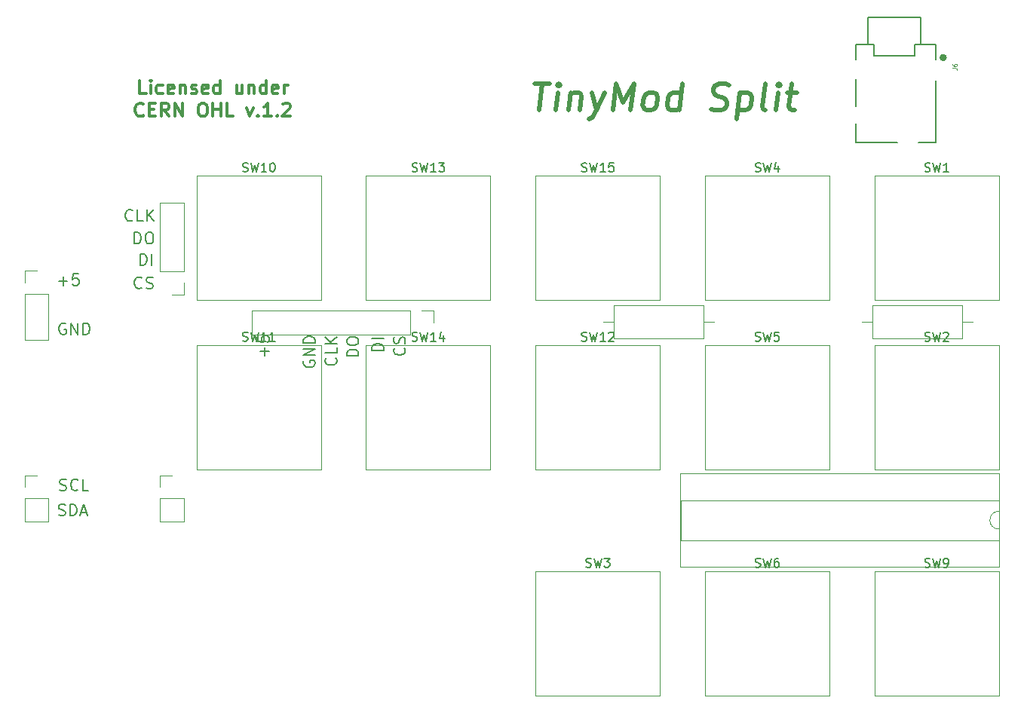
<source format=gbr>
G04 #@! TF.FileFunction,Legend,Top*
%FSLAX46Y46*%
G04 Gerber Fmt 4.6, Leading zero omitted, Abs format (unit mm)*
G04 Created by KiCad (PCBNEW 4.0.7) date 03/10/21 14:25:49*
%MOMM*%
%LPD*%
G01*
G04 APERTURE LIST*
%ADD10C,0.100000*%
%ADD11C,0.200000*%
%ADD12C,0.500000*%
%ADD13C,0.300000*%
%ADD14C,0.120000*%
%ADD15C,0.127000*%
%ADD16C,0.400000*%
%ADD17C,0.150000*%
%ADD18C,0.015000*%
G04 APERTURE END LIST*
D10*
D11*
X64347179Y-93800440D02*
X64532893Y-93862345D01*
X64842417Y-93862345D01*
X64966227Y-93800440D01*
X65028131Y-93738536D01*
X65090036Y-93614726D01*
X65090036Y-93490917D01*
X65028131Y-93367107D01*
X64966227Y-93305202D01*
X64842417Y-93243298D01*
X64594798Y-93181393D01*
X64470989Y-93119488D01*
X64409084Y-93057583D01*
X64347179Y-92933774D01*
X64347179Y-92809964D01*
X64409084Y-92686155D01*
X64470989Y-92624250D01*
X64594798Y-92562345D01*
X64904322Y-92562345D01*
X65090036Y-92624250D01*
X65647179Y-93862345D02*
X65647179Y-92562345D01*
X65956703Y-92562345D01*
X66142417Y-92624250D01*
X66266226Y-92748060D01*
X66328131Y-92871869D01*
X66390036Y-93119488D01*
X66390036Y-93305202D01*
X66328131Y-93552821D01*
X66266226Y-93676631D01*
X66142417Y-93800440D01*
X65956703Y-93862345D01*
X65647179Y-93862345D01*
X66885274Y-93490917D02*
X67504322Y-93490917D01*
X66761465Y-93862345D02*
X67194798Y-92562345D01*
X67628131Y-93862345D01*
X64471881Y-90987940D02*
X64657595Y-91049845D01*
X64967119Y-91049845D01*
X65090929Y-90987940D01*
X65152833Y-90926036D01*
X65214738Y-90802226D01*
X65214738Y-90678417D01*
X65152833Y-90554607D01*
X65090929Y-90492702D01*
X64967119Y-90430798D01*
X64719500Y-90368893D01*
X64595691Y-90306988D01*
X64533786Y-90245083D01*
X64471881Y-90121274D01*
X64471881Y-89997464D01*
X64533786Y-89873655D01*
X64595691Y-89811750D01*
X64719500Y-89749845D01*
X65029024Y-89749845D01*
X65214738Y-89811750D01*
X66514738Y-90926036D02*
X66452833Y-90987940D01*
X66267119Y-91049845D01*
X66143309Y-91049845D01*
X65957595Y-90987940D01*
X65833786Y-90864131D01*
X65771881Y-90740321D01*
X65709976Y-90492702D01*
X65709976Y-90306988D01*
X65771881Y-90059369D01*
X65833786Y-89935560D01*
X65957595Y-89811750D01*
X66143309Y-89749845D01*
X66267119Y-89749845D01*
X66452833Y-89811750D01*
X66514738Y-89873655D01*
X67690928Y-91049845D02*
X67071881Y-91049845D01*
X67071881Y-89749845D01*
X65122774Y-72280500D02*
X64998965Y-72218595D01*
X64813250Y-72218595D01*
X64627536Y-72280500D01*
X64503727Y-72404310D01*
X64441822Y-72528119D01*
X64379917Y-72775738D01*
X64379917Y-72961452D01*
X64441822Y-73209071D01*
X64503727Y-73332881D01*
X64627536Y-73456690D01*
X64813250Y-73518595D01*
X64937060Y-73518595D01*
X65122774Y-73456690D01*
X65184679Y-73394786D01*
X65184679Y-72961452D01*
X64937060Y-72961452D01*
X65741822Y-73518595D02*
X65741822Y-72218595D01*
X66484679Y-73518595D01*
X66484679Y-72218595D01*
X67103727Y-73518595D02*
X67103727Y-72218595D01*
X67413251Y-72218595D01*
X67598965Y-72280500D01*
X67722774Y-72404310D01*
X67784679Y-72528119D01*
X67846584Y-72775738D01*
X67846584Y-72961452D01*
X67784679Y-73209071D01*
X67722774Y-73332881D01*
X67598965Y-73456690D01*
X67413251Y-73518595D01*
X67103727Y-73518595D01*
X64342715Y-67492107D02*
X65333191Y-67492107D01*
X64837953Y-67987345D02*
X64837953Y-66996869D01*
X66571286Y-66687345D02*
X65952239Y-66687345D01*
X65890334Y-67306393D01*
X65952239Y-67244488D01*
X66076048Y-67182583D01*
X66385572Y-67182583D01*
X66509382Y-67244488D01*
X66571286Y-67306393D01*
X66633191Y-67430202D01*
X66633191Y-67739726D01*
X66571286Y-67863536D01*
X66509382Y-67925440D01*
X66385572Y-67987345D01*
X66076048Y-67987345D01*
X65952239Y-67925440D01*
X65890334Y-67863536D01*
X103140036Y-75022166D02*
X103201940Y-75084071D01*
X103263845Y-75269785D01*
X103263845Y-75393595D01*
X103201940Y-75579309D01*
X103078131Y-75703118D01*
X102954321Y-75765023D01*
X102706702Y-75826928D01*
X102520988Y-75826928D01*
X102273369Y-75765023D01*
X102149560Y-75703118D01*
X102025750Y-75579309D01*
X101963845Y-75393595D01*
X101963845Y-75269785D01*
X102025750Y-75084071D01*
X102087655Y-75022166D01*
X103201940Y-74526928D02*
X103263845Y-74341214D01*
X103263845Y-74031690D01*
X103201940Y-73907880D01*
X103140036Y-73845976D01*
X103016226Y-73784071D01*
X102892417Y-73784071D01*
X102768607Y-73845976D01*
X102706702Y-73907880D01*
X102644798Y-74031690D01*
X102582893Y-74279309D01*
X102520988Y-74403118D01*
X102459083Y-74465023D01*
X102335274Y-74526928D01*
X102211464Y-74526928D01*
X102087655Y-74465023D01*
X102025750Y-74403118D01*
X101963845Y-74279309D01*
X101963845Y-73969785D01*
X102025750Y-73784071D01*
X100826345Y-75268000D02*
X99526345Y-75268000D01*
X99526345Y-74958476D01*
X99588250Y-74772762D01*
X99712060Y-74648953D01*
X99835869Y-74587048D01*
X100083488Y-74525143D01*
X100269202Y-74525143D01*
X100516821Y-74587048D01*
X100640631Y-74648953D01*
X100764440Y-74772762D01*
X100826345Y-74958476D01*
X100826345Y-75268000D01*
X100826345Y-73968000D02*
X99526345Y-73968000D01*
X98013845Y-75920678D02*
X96713845Y-75920678D01*
X96713845Y-75611154D01*
X96775750Y-75425440D01*
X96899560Y-75301631D01*
X97023369Y-75239726D01*
X97270988Y-75177821D01*
X97456702Y-75177821D01*
X97704321Y-75239726D01*
X97828131Y-75301631D01*
X97951940Y-75425440D01*
X98013845Y-75611154D01*
X98013845Y-75920678D01*
X96713845Y-74373059D02*
X96713845Y-74125440D01*
X96775750Y-74001631D01*
X96899560Y-73877821D01*
X97147179Y-73815916D01*
X97580512Y-73815916D01*
X97828131Y-73877821D01*
X97951940Y-74001631D01*
X98013845Y-74125440D01*
X98013845Y-74373059D01*
X97951940Y-74496869D01*
X97828131Y-74620678D01*
X97580512Y-74682583D01*
X97147179Y-74682583D01*
X96899560Y-74620678D01*
X96775750Y-74496869D01*
X96713845Y-74373059D01*
X95452536Y-76141809D02*
X95514440Y-76203714D01*
X95576345Y-76389428D01*
X95576345Y-76513238D01*
X95514440Y-76698952D01*
X95390631Y-76822761D01*
X95266821Y-76884666D01*
X95019202Y-76946571D01*
X94833488Y-76946571D01*
X94585869Y-76884666D01*
X94462060Y-76822761D01*
X94338250Y-76698952D01*
X94276345Y-76513238D01*
X94276345Y-76389428D01*
X94338250Y-76203714D01*
X94400155Y-76141809D01*
X95576345Y-74965619D02*
X95576345Y-75584666D01*
X94276345Y-75584666D01*
X95576345Y-74532285D02*
X94276345Y-74532285D01*
X95576345Y-73789428D02*
X94833488Y-74346571D01*
X94276345Y-73789428D02*
X95019202Y-74532285D01*
X91900750Y-76452226D02*
X91838845Y-76576035D01*
X91838845Y-76761750D01*
X91900750Y-76947464D01*
X92024560Y-77071273D01*
X92148369Y-77133178D01*
X92395988Y-77195083D01*
X92581702Y-77195083D01*
X92829321Y-77133178D01*
X92953131Y-77071273D01*
X93076940Y-76947464D01*
X93138845Y-76761750D01*
X93138845Y-76637940D01*
X93076940Y-76452226D01*
X93015036Y-76390321D01*
X92581702Y-76390321D01*
X92581702Y-76637940D01*
X93138845Y-75833178D02*
X91838845Y-75833178D01*
X93138845Y-75090321D01*
X91838845Y-75090321D01*
X93138845Y-74471273D02*
X91838845Y-74471273D01*
X91838845Y-74161749D01*
X91900750Y-73976035D01*
X92024560Y-73852226D01*
X92148369Y-73790321D01*
X92395988Y-73728416D01*
X92581702Y-73728416D01*
X92829321Y-73790321D01*
X92953131Y-73852226D01*
X93076940Y-73976035D01*
X93138845Y-74161749D01*
X93138845Y-74471273D01*
X87487357Y-75919785D02*
X87487357Y-74929309D01*
X87982595Y-75424547D02*
X86992119Y-75424547D01*
X86682595Y-73691214D02*
X86682595Y-74310261D01*
X87301643Y-74372166D01*
X87239738Y-74310261D01*
X87177833Y-74186452D01*
X87177833Y-73876928D01*
X87239738Y-73753118D01*
X87301643Y-73691214D01*
X87425452Y-73629309D01*
X87734976Y-73629309D01*
X87858786Y-73691214D01*
X87920690Y-73753118D01*
X87982595Y-73876928D01*
X87982595Y-74186452D01*
X87920690Y-74310261D01*
X87858786Y-74372166D01*
X73677834Y-68238536D02*
X73615929Y-68300440D01*
X73430215Y-68362345D01*
X73306405Y-68362345D01*
X73120691Y-68300440D01*
X72996882Y-68176631D01*
X72934977Y-68052821D01*
X72873072Y-67805202D01*
X72873072Y-67619488D01*
X72934977Y-67371869D01*
X72996882Y-67248060D01*
X73120691Y-67124250D01*
X73306405Y-67062345D01*
X73430215Y-67062345D01*
X73615929Y-67124250D01*
X73677834Y-67186155D01*
X74173072Y-68300440D02*
X74358786Y-68362345D01*
X74668310Y-68362345D01*
X74792120Y-68300440D01*
X74854024Y-68238536D01*
X74915929Y-68114726D01*
X74915929Y-67990917D01*
X74854024Y-67867107D01*
X74792120Y-67805202D01*
X74668310Y-67743298D01*
X74420691Y-67681393D01*
X74296882Y-67619488D01*
X74234977Y-67557583D01*
X74173072Y-67433774D01*
X74173072Y-67309964D01*
X74234977Y-67186155D01*
X74296882Y-67124250D01*
X74420691Y-67062345D01*
X74730215Y-67062345D01*
X74915929Y-67124250D01*
X73525750Y-65737345D02*
X73525750Y-64437345D01*
X73835274Y-64437345D01*
X74020988Y-64499250D01*
X74144797Y-64623060D01*
X74206702Y-64746869D01*
X74268607Y-64994488D01*
X74268607Y-65180202D01*
X74206702Y-65427821D01*
X74144797Y-65551631D01*
X74020988Y-65675440D01*
X73835274Y-65737345D01*
X73525750Y-65737345D01*
X74825750Y-65737345D02*
X74825750Y-64437345D01*
X72873072Y-63299845D02*
X72873072Y-61999845D01*
X73182596Y-61999845D01*
X73368310Y-62061750D01*
X73492119Y-62185560D01*
X73554024Y-62309369D01*
X73615929Y-62556988D01*
X73615929Y-62742702D01*
X73554024Y-62990321D01*
X73492119Y-63114131D01*
X73368310Y-63237940D01*
X73182596Y-63299845D01*
X72873072Y-63299845D01*
X74420691Y-61999845D02*
X74668310Y-61999845D01*
X74792119Y-62061750D01*
X74915929Y-62185560D01*
X74977834Y-62433179D01*
X74977834Y-62866512D01*
X74915929Y-63114131D01*
X74792119Y-63237940D01*
X74668310Y-63299845D01*
X74420691Y-63299845D01*
X74296881Y-63237940D01*
X74173072Y-63114131D01*
X74111167Y-62866512D01*
X74111167Y-62433179D01*
X74173072Y-62185560D01*
X74296881Y-62061750D01*
X74420691Y-61999845D01*
X72651941Y-60644786D02*
X72590036Y-60706690D01*
X72404322Y-60768595D01*
X72280512Y-60768595D01*
X72094798Y-60706690D01*
X71970989Y-60582881D01*
X71909084Y-60459071D01*
X71847179Y-60211452D01*
X71847179Y-60025738D01*
X71909084Y-59778119D01*
X71970989Y-59654310D01*
X72094798Y-59530500D01*
X72280512Y-59468595D01*
X72404322Y-59468595D01*
X72590036Y-59530500D01*
X72651941Y-59592405D01*
X73828131Y-60768595D02*
X73209084Y-60768595D01*
X73209084Y-59468595D01*
X74261465Y-60768595D02*
X74261465Y-59468595D01*
X75004322Y-60768595D02*
X74447179Y-60025738D01*
X75004322Y-59468595D02*
X74261465Y-60211452D01*
D12*
X117814143Y-45318893D02*
X119528429Y-45318893D01*
X118296286Y-48318893D02*
X118671286Y-45318893D01*
X120153429Y-48318893D02*
X120403429Y-46318893D01*
X120528429Y-45318893D02*
X120367715Y-45461750D01*
X120492715Y-45604607D01*
X120653429Y-45461750D01*
X120528429Y-45318893D01*
X120492715Y-45604607D01*
X121832000Y-46318893D02*
X121582000Y-48318893D01*
X121796286Y-46604607D02*
X121957000Y-46461750D01*
X122260571Y-46318893D01*
X122689143Y-46318893D01*
X122957000Y-46461750D01*
X123064143Y-46747464D01*
X122867714Y-48318893D01*
X124260571Y-46318893D02*
X124724857Y-48318893D01*
X125689143Y-46318893D02*
X124724857Y-48318893D01*
X124349857Y-49033179D01*
X124189143Y-49176036D01*
X123885571Y-49318893D01*
X126582000Y-48318893D02*
X126957000Y-45318893D01*
X127689143Y-47461750D01*
X128957000Y-45318893D01*
X128582000Y-48318893D01*
X130439142Y-48318893D02*
X130171285Y-48176036D01*
X130046285Y-48033179D01*
X129939143Y-47747464D01*
X130046286Y-46890321D01*
X130224857Y-46604607D01*
X130385571Y-46461750D01*
X130689142Y-46318893D01*
X131117714Y-46318893D01*
X131385571Y-46461750D01*
X131510571Y-46604607D01*
X131617714Y-46890321D01*
X131510571Y-47747464D01*
X131331999Y-48033179D01*
X131171285Y-48176036D01*
X130867714Y-48318893D01*
X130439142Y-48318893D01*
X134010571Y-48318893D02*
X134385571Y-45318893D01*
X134028428Y-48176036D02*
X133724857Y-48318893D01*
X133153428Y-48318893D01*
X132885571Y-48176036D01*
X132760571Y-48033179D01*
X132653429Y-47747464D01*
X132760572Y-46890321D01*
X132939143Y-46604607D01*
X133099857Y-46461750D01*
X133403428Y-46318893D01*
X133974857Y-46318893D01*
X134242714Y-46461750D01*
X137599857Y-48176036D02*
X138010571Y-48318893D01*
X138724857Y-48318893D01*
X139028428Y-48176036D01*
X139189142Y-48033179D01*
X139367714Y-47747464D01*
X139403428Y-47461750D01*
X139296285Y-47176036D01*
X139171285Y-47033179D01*
X138903429Y-46890321D01*
X138349857Y-46747464D01*
X138082000Y-46604607D01*
X137957000Y-46461750D01*
X137849857Y-46176036D01*
X137885572Y-45890321D01*
X138064143Y-45604607D01*
X138224857Y-45461750D01*
X138528428Y-45318893D01*
X139242714Y-45318893D01*
X139653428Y-45461750D01*
X140832000Y-46318893D02*
X140457000Y-49318893D01*
X140814143Y-46461750D02*
X141117714Y-46318893D01*
X141689143Y-46318893D01*
X141957000Y-46461750D01*
X142082000Y-46604607D01*
X142189143Y-46890321D01*
X142082000Y-47747464D01*
X141903428Y-48033179D01*
X141742714Y-48176036D01*
X141439143Y-48318893D01*
X140867714Y-48318893D01*
X140599857Y-48176036D01*
X143724857Y-48318893D02*
X143457000Y-48176036D01*
X143349858Y-47890321D01*
X143671286Y-45318893D01*
X144867715Y-48318893D02*
X145117715Y-46318893D01*
X145242715Y-45318893D02*
X145082001Y-45461750D01*
X145207001Y-45604607D01*
X145367715Y-45461750D01*
X145242715Y-45318893D01*
X145207001Y-45604607D01*
X146117714Y-46318893D02*
X147260571Y-46318893D01*
X146671286Y-45318893D02*
X146349858Y-47890321D01*
X146457000Y-48176036D01*
X146724857Y-48318893D01*
X147010571Y-48318893D01*
D13*
X74175751Y-46459071D02*
X73461465Y-46459071D01*
X73461465Y-44959071D01*
X74675751Y-46459071D02*
X74675751Y-45459071D01*
X74675751Y-44959071D02*
X74604322Y-45030500D01*
X74675751Y-45101929D01*
X74747179Y-45030500D01*
X74675751Y-44959071D01*
X74675751Y-45101929D01*
X76032894Y-46387643D02*
X75890037Y-46459071D01*
X75604323Y-46459071D01*
X75461465Y-46387643D01*
X75390037Y-46316214D01*
X75318608Y-46173357D01*
X75318608Y-45744786D01*
X75390037Y-45601929D01*
X75461465Y-45530500D01*
X75604323Y-45459071D01*
X75890037Y-45459071D01*
X76032894Y-45530500D01*
X77247179Y-46387643D02*
X77104322Y-46459071D01*
X76818608Y-46459071D01*
X76675751Y-46387643D01*
X76604322Y-46244786D01*
X76604322Y-45673357D01*
X76675751Y-45530500D01*
X76818608Y-45459071D01*
X77104322Y-45459071D01*
X77247179Y-45530500D01*
X77318608Y-45673357D01*
X77318608Y-45816214D01*
X76604322Y-45959071D01*
X77961465Y-45459071D02*
X77961465Y-46459071D01*
X77961465Y-45601929D02*
X78032893Y-45530500D01*
X78175751Y-45459071D01*
X78390036Y-45459071D01*
X78532893Y-45530500D01*
X78604322Y-45673357D01*
X78604322Y-46459071D01*
X79247179Y-46387643D02*
X79390036Y-46459071D01*
X79675751Y-46459071D01*
X79818608Y-46387643D01*
X79890036Y-46244786D01*
X79890036Y-46173357D01*
X79818608Y-46030500D01*
X79675751Y-45959071D01*
X79461465Y-45959071D01*
X79318608Y-45887643D01*
X79247179Y-45744786D01*
X79247179Y-45673357D01*
X79318608Y-45530500D01*
X79461465Y-45459071D01*
X79675751Y-45459071D01*
X79818608Y-45530500D01*
X81104322Y-46387643D02*
X80961465Y-46459071D01*
X80675751Y-46459071D01*
X80532894Y-46387643D01*
X80461465Y-46244786D01*
X80461465Y-45673357D01*
X80532894Y-45530500D01*
X80675751Y-45459071D01*
X80961465Y-45459071D01*
X81104322Y-45530500D01*
X81175751Y-45673357D01*
X81175751Y-45816214D01*
X80461465Y-45959071D01*
X82461465Y-46459071D02*
X82461465Y-44959071D01*
X82461465Y-46387643D02*
X82318608Y-46459071D01*
X82032894Y-46459071D01*
X81890036Y-46387643D01*
X81818608Y-46316214D01*
X81747179Y-46173357D01*
X81747179Y-45744786D01*
X81818608Y-45601929D01*
X81890036Y-45530500D01*
X82032894Y-45459071D01*
X82318608Y-45459071D01*
X82461465Y-45530500D01*
X84961465Y-45459071D02*
X84961465Y-46459071D01*
X84318608Y-45459071D02*
X84318608Y-46244786D01*
X84390036Y-46387643D01*
X84532894Y-46459071D01*
X84747179Y-46459071D01*
X84890036Y-46387643D01*
X84961465Y-46316214D01*
X85675751Y-45459071D02*
X85675751Y-46459071D01*
X85675751Y-45601929D02*
X85747179Y-45530500D01*
X85890037Y-45459071D01*
X86104322Y-45459071D01*
X86247179Y-45530500D01*
X86318608Y-45673357D01*
X86318608Y-46459071D01*
X87675751Y-46459071D02*
X87675751Y-44959071D01*
X87675751Y-46387643D02*
X87532894Y-46459071D01*
X87247180Y-46459071D01*
X87104322Y-46387643D01*
X87032894Y-46316214D01*
X86961465Y-46173357D01*
X86961465Y-45744786D01*
X87032894Y-45601929D01*
X87104322Y-45530500D01*
X87247180Y-45459071D01*
X87532894Y-45459071D01*
X87675751Y-45530500D01*
X88961465Y-46387643D02*
X88818608Y-46459071D01*
X88532894Y-46459071D01*
X88390037Y-46387643D01*
X88318608Y-46244786D01*
X88318608Y-45673357D01*
X88390037Y-45530500D01*
X88532894Y-45459071D01*
X88818608Y-45459071D01*
X88961465Y-45530500D01*
X89032894Y-45673357D01*
X89032894Y-45816214D01*
X88318608Y-45959071D01*
X89675751Y-46459071D02*
X89675751Y-45459071D01*
X89675751Y-45744786D02*
X89747179Y-45601929D01*
X89818608Y-45530500D01*
X89961465Y-45459071D01*
X90104322Y-45459071D01*
X73890036Y-48866214D02*
X73818607Y-48937643D01*
X73604321Y-49009071D01*
X73461464Y-49009071D01*
X73247179Y-48937643D01*
X73104321Y-48794786D01*
X73032893Y-48651929D01*
X72961464Y-48366214D01*
X72961464Y-48151929D01*
X73032893Y-47866214D01*
X73104321Y-47723357D01*
X73247179Y-47580500D01*
X73461464Y-47509071D01*
X73604321Y-47509071D01*
X73818607Y-47580500D01*
X73890036Y-47651929D01*
X74532893Y-48223357D02*
X75032893Y-48223357D01*
X75247179Y-49009071D02*
X74532893Y-49009071D01*
X74532893Y-47509071D01*
X75247179Y-47509071D01*
X76747179Y-49009071D02*
X76247179Y-48294786D01*
X75890036Y-49009071D02*
X75890036Y-47509071D01*
X76461464Y-47509071D01*
X76604322Y-47580500D01*
X76675750Y-47651929D01*
X76747179Y-47794786D01*
X76747179Y-48009071D01*
X76675750Y-48151929D01*
X76604322Y-48223357D01*
X76461464Y-48294786D01*
X75890036Y-48294786D01*
X77390036Y-49009071D02*
X77390036Y-47509071D01*
X78247179Y-49009071D01*
X78247179Y-47509071D01*
X80390036Y-47509071D02*
X80675750Y-47509071D01*
X80818608Y-47580500D01*
X80961465Y-47723357D01*
X81032893Y-48009071D01*
X81032893Y-48509071D01*
X80961465Y-48794786D01*
X80818608Y-48937643D01*
X80675750Y-49009071D01*
X80390036Y-49009071D01*
X80247179Y-48937643D01*
X80104322Y-48794786D01*
X80032893Y-48509071D01*
X80032893Y-48009071D01*
X80104322Y-47723357D01*
X80247179Y-47580500D01*
X80390036Y-47509071D01*
X81675751Y-49009071D02*
X81675751Y-47509071D01*
X81675751Y-48223357D02*
X82532894Y-48223357D01*
X82532894Y-49009071D02*
X82532894Y-47509071D01*
X83961466Y-49009071D02*
X83247180Y-49009071D01*
X83247180Y-47509071D01*
X85461466Y-48009071D02*
X85818609Y-49009071D01*
X86175751Y-48009071D01*
X86747180Y-48866214D02*
X86818608Y-48937643D01*
X86747180Y-49009071D01*
X86675751Y-48937643D01*
X86747180Y-48866214D01*
X86747180Y-49009071D01*
X88247180Y-49009071D02*
X87390037Y-49009071D01*
X87818609Y-49009071D02*
X87818609Y-47509071D01*
X87675752Y-47723357D01*
X87532894Y-47866214D01*
X87390037Y-47937643D01*
X88890037Y-48866214D02*
X88961465Y-48937643D01*
X88890037Y-49009071D01*
X88818608Y-48937643D01*
X88890037Y-48866214D01*
X88890037Y-49009071D01*
X89532894Y-47651929D02*
X89604323Y-47580500D01*
X89747180Y-47509071D01*
X90104323Y-47509071D01*
X90247180Y-47580500D01*
X90318609Y-47651929D01*
X90390037Y-47794786D01*
X90390037Y-47937643D01*
X90318609Y-48151929D01*
X89461466Y-49009071D01*
X90390037Y-49009071D01*
D14*
X155963250Y-55650500D02*
X169933250Y-55650500D01*
X169933250Y-55650500D02*
X169933250Y-69620500D01*
X169933250Y-69620500D02*
X155963250Y-69620500D01*
X155963250Y-69620500D02*
X155963250Y-55650500D01*
X155963250Y-74681750D02*
X169933250Y-74681750D01*
X169933250Y-74681750D02*
X169933250Y-88651750D01*
X169933250Y-88651750D02*
X155963250Y-88651750D01*
X155963250Y-88651750D02*
X155963250Y-74681750D01*
X117900750Y-100088000D02*
X131870750Y-100088000D01*
X131870750Y-100088000D02*
X131870750Y-114058000D01*
X131870750Y-114058000D02*
X117900750Y-114058000D01*
X117900750Y-114058000D02*
X117900750Y-100088000D01*
X136932000Y-55650500D02*
X150902000Y-55650500D01*
X150902000Y-55650500D02*
X150902000Y-69620500D01*
X150902000Y-69620500D02*
X136932000Y-69620500D01*
X136932000Y-69620500D02*
X136932000Y-55650500D01*
X136932000Y-100088000D02*
X150902000Y-100088000D01*
X150902000Y-100088000D02*
X150902000Y-114058000D01*
X150902000Y-114058000D02*
X136932000Y-114058000D01*
X136932000Y-114058000D02*
X136932000Y-100088000D01*
X155963250Y-100088000D02*
X169933250Y-100088000D01*
X169933250Y-100088000D02*
X169933250Y-114058000D01*
X169933250Y-114058000D02*
X155963250Y-114058000D01*
X155963250Y-114058000D02*
X155963250Y-100088000D01*
X79838250Y-55650500D02*
X93808250Y-55650500D01*
X93808250Y-55650500D02*
X93808250Y-69620500D01*
X93808250Y-69620500D02*
X79838250Y-69620500D01*
X79838250Y-69620500D02*
X79838250Y-55650500D01*
X79838250Y-74681750D02*
X93808250Y-74681750D01*
X93808250Y-74681750D02*
X93808250Y-88651750D01*
X93808250Y-88651750D02*
X79838250Y-88651750D01*
X79838250Y-88651750D02*
X79838250Y-74681750D01*
X98869500Y-55650500D02*
X112839500Y-55650500D01*
X112839500Y-55650500D02*
X112839500Y-69620500D01*
X112839500Y-69620500D02*
X98869500Y-69620500D01*
X98869500Y-69620500D02*
X98869500Y-55650500D01*
X98869500Y-74681750D02*
X112839500Y-74681750D01*
X112839500Y-74681750D02*
X112839500Y-88651750D01*
X112839500Y-88651750D02*
X98869500Y-88651750D01*
X98869500Y-88651750D02*
X98869500Y-74681750D01*
X169912000Y-95365500D02*
G75*
G02X169912000Y-93365500I0J1000000D01*
G01*
X169912000Y-93365500D02*
X169912000Y-92115500D01*
X169912000Y-92115500D02*
X134232000Y-92115500D01*
X134232000Y-92115500D02*
X134232000Y-96615500D01*
X134232000Y-96615500D02*
X169912000Y-96615500D01*
X169912000Y-96615500D02*
X169912000Y-95365500D01*
X169972000Y-89115500D02*
X134172000Y-89115500D01*
X134172000Y-89115500D02*
X134172000Y-99615500D01*
X134172000Y-99615500D02*
X169972000Y-99615500D01*
X169972000Y-99615500D02*
X169972000Y-89115500D01*
X136722000Y-73946750D02*
X136722000Y-70226750D01*
X136722000Y-70226750D02*
X126702000Y-70226750D01*
X126702000Y-70226750D02*
X126702000Y-73946750D01*
X126702000Y-73946750D02*
X136722000Y-73946750D01*
X137952000Y-72086750D02*
X136722000Y-72086750D01*
X125472000Y-72086750D02*
X126702000Y-72086750D01*
X165784500Y-73946750D02*
X165784500Y-70226750D01*
X165784500Y-70226750D02*
X155764500Y-70226750D01*
X155764500Y-70226750D02*
X155764500Y-73946750D01*
X155764500Y-73946750D02*
X165784500Y-73946750D01*
X167014500Y-72086750D02*
X165784500Y-72086750D01*
X154534500Y-72086750D02*
X155764500Y-72086750D01*
X60564500Y-74090500D02*
X63224500Y-74090500D01*
X60564500Y-68950500D02*
X60564500Y-74090500D01*
X63224500Y-68950500D02*
X63224500Y-74090500D01*
X60564500Y-68950500D02*
X63224500Y-68950500D01*
X60564500Y-67680500D02*
X60564500Y-66350500D01*
X60564500Y-66350500D02*
X61894500Y-66350500D01*
X75752000Y-94519250D02*
X78412000Y-94519250D01*
X75752000Y-91919250D02*
X75752000Y-94519250D01*
X78412000Y-91919250D02*
X78412000Y-94519250D01*
X75752000Y-91919250D02*
X78412000Y-91919250D01*
X75752000Y-90649250D02*
X75752000Y-89319250D01*
X75752000Y-89319250D02*
X77082000Y-89319250D01*
X60564500Y-94519250D02*
X63224500Y-94519250D01*
X60564500Y-91919250D02*
X60564500Y-94519250D01*
X63224500Y-91919250D02*
X63224500Y-94519250D01*
X60564500Y-91919250D02*
X63224500Y-91919250D01*
X60564500Y-90649250D02*
X60564500Y-89319250D01*
X60564500Y-89319250D02*
X61894500Y-89319250D01*
D15*
X162875750Y-42599250D02*
X162875750Y-40899250D01*
X162875750Y-40899250D02*
X161175750Y-40899250D01*
X161175750Y-40899250D02*
X160425750Y-40899250D01*
X160425750Y-40899250D02*
X160425750Y-42199250D01*
X160425750Y-42199250D02*
X155925750Y-42199250D01*
X155925750Y-42199250D02*
X155925750Y-40899250D01*
X155925750Y-40899250D02*
X155175750Y-40899250D01*
X155175750Y-40899250D02*
X153875750Y-40899250D01*
X153875750Y-40899250D02*
X153875750Y-42649250D01*
X155175750Y-40899250D02*
X155175750Y-37899250D01*
X155175750Y-37899250D02*
X161175750Y-37899250D01*
X161175750Y-37899250D02*
X161175750Y-40899250D01*
X162875750Y-44999250D02*
X162875750Y-51899250D01*
X162875750Y-51899250D02*
X160875750Y-51899250D01*
X158525750Y-51899250D02*
X153875750Y-51899250D01*
X153875750Y-51899250D02*
X153875750Y-49799250D01*
X153875750Y-47899250D02*
X153875750Y-44849250D01*
D16*
X163875750Y-42399250D02*
G75*
G03X163875750Y-42399250I-200000J0D01*
G01*
D14*
X117900750Y-74681750D02*
X131870750Y-74681750D01*
X131870750Y-74681750D02*
X131870750Y-88651750D01*
X131870750Y-88651750D02*
X117900750Y-88651750D01*
X117900750Y-88651750D02*
X117900750Y-74681750D01*
X117900750Y-55650500D02*
X131870750Y-55650500D01*
X131870750Y-55650500D02*
X131870750Y-69620500D01*
X131870750Y-69620500D02*
X117900750Y-69620500D01*
X117900750Y-69620500D02*
X117900750Y-55650500D01*
X86003250Y-70850500D02*
X86003250Y-73510500D01*
X103843250Y-70850500D02*
X86003250Y-70850500D01*
X103843250Y-73510500D02*
X86003250Y-73510500D01*
X103843250Y-70850500D02*
X103843250Y-73510500D01*
X105113250Y-70850500D02*
X106443250Y-70850500D01*
X106443250Y-70850500D02*
X106443250Y-72180500D01*
X78412000Y-58730500D02*
X75752000Y-58730500D01*
X78412000Y-66410500D02*
X78412000Y-58730500D01*
X75752000Y-66410500D02*
X75752000Y-58730500D01*
X78412000Y-66410500D02*
X75752000Y-66410500D01*
X78412000Y-67680500D02*
X78412000Y-69010500D01*
X78412000Y-69010500D02*
X77082000Y-69010500D01*
X136932000Y-74681750D02*
X150902000Y-74681750D01*
X150902000Y-74681750D02*
X150902000Y-88651750D01*
X150902000Y-88651750D02*
X136932000Y-88651750D01*
X136932000Y-88651750D02*
X136932000Y-74681750D01*
D17*
X161614917Y-55166262D02*
X161757774Y-55213881D01*
X161995870Y-55213881D01*
X162091108Y-55166262D01*
X162138727Y-55118643D01*
X162186346Y-55023405D01*
X162186346Y-54928167D01*
X162138727Y-54832929D01*
X162091108Y-54785310D01*
X161995870Y-54737690D01*
X161805393Y-54690071D01*
X161710155Y-54642452D01*
X161662536Y-54594833D01*
X161614917Y-54499595D01*
X161614917Y-54404357D01*
X161662536Y-54309119D01*
X161710155Y-54261500D01*
X161805393Y-54213881D01*
X162043489Y-54213881D01*
X162186346Y-54261500D01*
X162519679Y-54213881D02*
X162757774Y-55213881D01*
X162948251Y-54499595D01*
X163138727Y-55213881D01*
X163376822Y-54213881D01*
X164281584Y-55213881D02*
X163710155Y-55213881D01*
X163995869Y-55213881D02*
X163995869Y-54213881D01*
X163900631Y-54356738D01*
X163805393Y-54451976D01*
X163710155Y-54499595D01*
X161614917Y-74197512D02*
X161757774Y-74245131D01*
X161995870Y-74245131D01*
X162091108Y-74197512D01*
X162138727Y-74149893D01*
X162186346Y-74054655D01*
X162186346Y-73959417D01*
X162138727Y-73864179D01*
X162091108Y-73816560D01*
X161995870Y-73768940D01*
X161805393Y-73721321D01*
X161710155Y-73673702D01*
X161662536Y-73626083D01*
X161614917Y-73530845D01*
X161614917Y-73435607D01*
X161662536Y-73340369D01*
X161710155Y-73292750D01*
X161805393Y-73245131D01*
X162043489Y-73245131D01*
X162186346Y-73292750D01*
X162519679Y-73245131D02*
X162757774Y-74245131D01*
X162948251Y-73530845D01*
X163138727Y-74245131D01*
X163376822Y-73245131D01*
X163710155Y-73340369D02*
X163757774Y-73292750D01*
X163853012Y-73245131D01*
X164091108Y-73245131D01*
X164186346Y-73292750D01*
X164233965Y-73340369D01*
X164281584Y-73435607D01*
X164281584Y-73530845D01*
X164233965Y-73673702D01*
X163662536Y-74245131D01*
X164281584Y-74245131D01*
X123552417Y-99603762D02*
X123695274Y-99651381D01*
X123933370Y-99651381D01*
X124028608Y-99603762D01*
X124076227Y-99556143D01*
X124123846Y-99460905D01*
X124123846Y-99365667D01*
X124076227Y-99270429D01*
X124028608Y-99222810D01*
X123933370Y-99175190D01*
X123742893Y-99127571D01*
X123647655Y-99079952D01*
X123600036Y-99032333D01*
X123552417Y-98937095D01*
X123552417Y-98841857D01*
X123600036Y-98746619D01*
X123647655Y-98699000D01*
X123742893Y-98651381D01*
X123980989Y-98651381D01*
X124123846Y-98699000D01*
X124457179Y-98651381D02*
X124695274Y-99651381D01*
X124885751Y-98937095D01*
X125076227Y-99651381D01*
X125314322Y-98651381D01*
X125600036Y-98651381D02*
X126219084Y-98651381D01*
X125885750Y-99032333D01*
X126028608Y-99032333D01*
X126123846Y-99079952D01*
X126171465Y-99127571D01*
X126219084Y-99222810D01*
X126219084Y-99460905D01*
X126171465Y-99556143D01*
X126123846Y-99603762D01*
X126028608Y-99651381D01*
X125742893Y-99651381D01*
X125647655Y-99603762D01*
X125600036Y-99556143D01*
X142583667Y-55166262D02*
X142726524Y-55213881D01*
X142964620Y-55213881D01*
X143059858Y-55166262D01*
X143107477Y-55118643D01*
X143155096Y-55023405D01*
X143155096Y-54928167D01*
X143107477Y-54832929D01*
X143059858Y-54785310D01*
X142964620Y-54737690D01*
X142774143Y-54690071D01*
X142678905Y-54642452D01*
X142631286Y-54594833D01*
X142583667Y-54499595D01*
X142583667Y-54404357D01*
X142631286Y-54309119D01*
X142678905Y-54261500D01*
X142774143Y-54213881D01*
X143012239Y-54213881D01*
X143155096Y-54261500D01*
X143488429Y-54213881D02*
X143726524Y-55213881D01*
X143917001Y-54499595D01*
X144107477Y-55213881D01*
X144345572Y-54213881D01*
X145155096Y-54547214D02*
X145155096Y-55213881D01*
X144917000Y-54166262D02*
X144678905Y-54880548D01*
X145297953Y-54880548D01*
X142583667Y-99603762D02*
X142726524Y-99651381D01*
X142964620Y-99651381D01*
X143059858Y-99603762D01*
X143107477Y-99556143D01*
X143155096Y-99460905D01*
X143155096Y-99365667D01*
X143107477Y-99270429D01*
X143059858Y-99222810D01*
X142964620Y-99175190D01*
X142774143Y-99127571D01*
X142678905Y-99079952D01*
X142631286Y-99032333D01*
X142583667Y-98937095D01*
X142583667Y-98841857D01*
X142631286Y-98746619D01*
X142678905Y-98699000D01*
X142774143Y-98651381D01*
X143012239Y-98651381D01*
X143155096Y-98699000D01*
X143488429Y-98651381D02*
X143726524Y-99651381D01*
X143917001Y-98937095D01*
X144107477Y-99651381D01*
X144345572Y-98651381D01*
X145155096Y-98651381D02*
X144964619Y-98651381D01*
X144869381Y-98699000D01*
X144821762Y-98746619D01*
X144726524Y-98889476D01*
X144678905Y-99079952D01*
X144678905Y-99460905D01*
X144726524Y-99556143D01*
X144774143Y-99603762D01*
X144869381Y-99651381D01*
X145059858Y-99651381D01*
X145155096Y-99603762D01*
X145202715Y-99556143D01*
X145250334Y-99460905D01*
X145250334Y-99222810D01*
X145202715Y-99127571D01*
X145155096Y-99079952D01*
X145059858Y-99032333D01*
X144869381Y-99032333D01*
X144774143Y-99079952D01*
X144726524Y-99127571D01*
X144678905Y-99222810D01*
X161614917Y-99603762D02*
X161757774Y-99651381D01*
X161995870Y-99651381D01*
X162091108Y-99603762D01*
X162138727Y-99556143D01*
X162186346Y-99460905D01*
X162186346Y-99365667D01*
X162138727Y-99270429D01*
X162091108Y-99222810D01*
X161995870Y-99175190D01*
X161805393Y-99127571D01*
X161710155Y-99079952D01*
X161662536Y-99032333D01*
X161614917Y-98937095D01*
X161614917Y-98841857D01*
X161662536Y-98746619D01*
X161710155Y-98699000D01*
X161805393Y-98651381D01*
X162043489Y-98651381D01*
X162186346Y-98699000D01*
X162519679Y-98651381D02*
X162757774Y-99651381D01*
X162948251Y-98937095D01*
X163138727Y-99651381D01*
X163376822Y-98651381D01*
X163805393Y-99651381D02*
X163995869Y-99651381D01*
X164091108Y-99603762D01*
X164138727Y-99556143D01*
X164233965Y-99413286D01*
X164281584Y-99222810D01*
X164281584Y-98841857D01*
X164233965Y-98746619D01*
X164186346Y-98699000D01*
X164091108Y-98651381D01*
X163900631Y-98651381D01*
X163805393Y-98699000D01*
X163757774Y-98746619D01*
X163710155Y-98841857D01*
X163710155Y-99079952D01*
X163757774Y-99175190D01*
X163805393Y-99222810D01*
X163900631Y-99270429D01*
X164091108Y-99270429D01*
X164186346Y-99222810D01*
X164233965Y-99175190D01*
X164281584Y-99079952D01*
X85013726Y-55166262D02*
X85156583Y-55213881D01*
X85394679Y-55213881D01*
X85489917Y-55166262D01*
X85537536Y-55118643D01*
X85585155Y-55023405D01*
X85585155Y-54928167D01*
X85537536Y-54832929D01*
X85489917Y-54785310D01*
X85394679Y-54737690D01*
X85204202Y-54690071D01*
X85108964Y-54642452D01*
X85061345Y-54594833D01*
X85013726Y-54499595D01*
X85013726Y-54404357D01*
X85061345Y-54309119D01*
X85108964Y-54261500D01*
X85204202Y-54213881D01*
X85442298Y-54213881D01*
X85585155Y-54261500D01*
X85918488Y-54213881D02*
X86156583Y-55213881D01*
X86347060Y-54499595D01*
X86537536Y-55213881D01*
X86775631Y-54213881D01*
X87680393Y-55213881D02*
X87108964Y-55213881D01*
X87394678Y-55213881D02*
X87394678Y-54213881D01*
X87299440Y-54356738D01*
X87204202Y-54451976D01*
X87108964Y-54499595D01*
X88299440Y-54213881D02*
X88394679Y-54213881D01*
X88489917Y-54261500D01*
X88537536Y-54309119D01*
X88585155Y-54404357D01*
X88632774Y-54594833D01*
X88632774Y-54832929D01*
X88585155Y-55023405D01*
X88537536Y-55118643D01*
X88489917Y-55166262D01*
X88394679Y-55213881D01*
X88299440Y-55213881D01*
X88204202Y-55166262D01*
X88156583Y-55118643D01*
X88108964Y-55023405D01*
X88061345Y-54832929D01*
X88061345Y-54594833D01*
X88108964Y-54404357D01*
X88156583Y-54309119D01*
X88204202Y-54261500D01*
X88299440Y-54213881D01*
X85013726Y-74197512D02*
X85156583Y-74245131D01*
X85394679Y-74245131D01*
X85489917Y-74197512D01*
X85537536Y-74149893D01*
X85585155Y-74054655D01*
X85585155Y-73959417D01*
X85537536Y-73864179D01*
X85489917Y-73816560D01*
X85394679Y-73768940D01*
X85204202Y-73721321D01*
X85108964Y-73673702D01*
X85061345Y-73626083D01*
X85013726Y-73530845D01*
X85013726Y-73435607D01*
X85061345Y-73340369D01*
X85108964Y-73292750D01*
X85204202Y-73245131D01*
X85442298Y-73245131D01*
X85585155Y-73292750D01*
X85918488Y-73245131D02*
X86156583Y-74245131D01*
X86347060Y-73530845D01*
X86537536Y-74245131D01*
X86775631Y-73245131D01*
X87680393Y-74245131D02*
X87108964Y-74245131D01*
X87394678Y-74245131D02*
X87394678Y-73245131D01*
X87299440Y-73387988D01*
X87204202Y-73483226D01*
X87108964Y-73530845D01*
X88632774Y-74245131D02*
X88061345Y-74245131D01*
X88347059Y-74245131D02*
X88347059Y-73245131D01*
X88251821Y-73387988D01*
X88156583Y-73483226D01*
X88061345Y-73530845D01*
X104044976Y-55166262D02*
X104187833Y-55213881D01*
X104425929Y-55213881D01*
X104521167Y-55166262D01*
X104568786Y-55118643D01*
X104616405Y-55023405D01*
X104616405Y-54928167D01*
X104568786Y-54832929D01*
X104521167Y-54785310D01*
X104425929Y-54737690D01*
X104235452Y-54690071D01*
X104140214Y-54642452D01*
X104092595Y-54594833D01*
X104044976Y-54499595D01*
X104044976Y-54404357D01*
X104092595Y-54309119D01*
X104140214Y-54261500D01*
X104235452Y-54213881D01*
X104473548Y-54213881D01*
X104616405Y-54261500D01*
X104949738Y-54213881D02*
X105187833Y-55213881D01*
X105378310Y-54499595D01*
X105568786Y-55213881D01*
X105806881Y-54213881D01*
X106711643Y-55213881D02*
X106140214Y-55213881D01*
X106425928Y-55213881D02*
X106425928Y-54213881D01*
X106330690Y-54356738D01*
X106235452Y-54451976D01*
X106140214Y-54499595D01*
X107044976Y-54213881D02*
X107664024Y-54213881D01*
X107330690Y-54594833D01*
X107473548Y-54594833D01*
X107568786Y-54642452D01*
X107616405Y-54690071D01*
X107664024Y-54785310D01*
X107664024Y-55023405D01*
X107616405Y-55118643D01*
X107568786Y-55166262D01*
X107473548Y-55213881D01*
X107187833Y-55213881D01*
X107092595Y-55166262D01*
X107044976Y-55118643D01*
X104044976Y-74197512D02*
X104187833Y-74245131D01*
X104425929Y-74245131D01*
X104521167Y-74197512D01*
X104568786Y-74149893D01*
X104616405Y-74054655D01*
X104616405Y-73959417D01*
X104568786Y-73864179D01*
X104521167Y-73816560D01*
X104425929Y-73768940D01*
X104235452Y-73721321D01*
X104140214Y-73673702D01*
X104092595Y-73626083D01*
X104044976Y-73530845D01*
X104044976Y-73435607D01*
X104092595Y-73340369D01*
X104140214Y-73292750D01*
X104235452Y-73245131D01*
X104473548Y-73245131D01*
X104616405Y-73292750D01*
X104949738Y-73245131D02*
X105187833Y-74245131D01*
X105378310Y-73530845D01*
X105568786Y-74245131D01*
X105806881Y-73245131D01*
X106711643Y-74245131D02*
X106140214Y-74245131D01*
X106425928Y-74245131D02*
X106425928Y-73245131D01*
X106330690Y-73387988D01*
X106235452Y-73483226D01*
X106140214Y-73530845D01*
X107568786Y-73578464D02*
X107568786Y-74245131D01*
X107330690Y-73197512D02*
X107092595Y-73911798D01*
X107711643Y-73911798D01*
D18*
X164725835Y-43579746D02*
X165069120Y-43579746D01*
X165137777Y-43602632D01*
X165183548Y-43648403D01*
X165206433Y-43717060D01*
X165206433Y-43762831D01*
X164725835Y-43144919D02*
X164725835Y-43236462D01*
X164748721Y-43282233D01*
X164771607Y-43305119D01*
X164840263Y-43350890D01*
X164931806Y-43373776D01*
X165114891Y-43373776D01*
X165160662Y-43350890D01*
X165183548Y-43328004D01*
X165206433Y-43282233D01*
X165206433Y-43190691D01*
X165183548Y-43144919D01*
X165160662Y-43122034D01*
X165114891Y-43099148D01*
X165000463Y-43099148D01*
X164954692Y-43122034D01*
X164931806Y-43144919D01*
X164908920Y-43190691D01*
X164908920Y-43282233D01*
X164931806Y-43328004D01*
X164954692Y-43350890D01*
X165000463Y-43373776D01*
D17*
X123076226Y-74197512D02*
X123219083Y-74245131D01*
X123457179Y-74245131D01*
X123552417Y-74197512D01*
X123600036Y-74149893D01*
X123647655Y-74054655D01*
X123647655Y-73959417D01*
X123600036Y-73864179D01*
X123552417Y-73816560D01*
X123457179Y-73768940D01*
X123266702Y-73721321D01*
X123171464Y-73673702D01*
X123123845Y-73626083D01*
X123076226Y-73530845D01*
X123076226Y-73435607D01*
X123123845Y-73340369D01*
X123171464Y-73292750D01*
X123266702Y-73245131D01*
X123504798Y-73245131D01*
X123647655Y-73292750D01*
X123980988Y-73245131D02*
X124219083Y-74245131D01*
X124409560Y-73530845D01*
X124600036Y-74245131D01*
X124838131Y-73245131D01*
X125742893Y-74245131D02*
X125171464Y-74245131D01*
X125457178Y-74245131D02*
X125457178Y-73245131D01*
X125361940Y-73387988D01*
X125266702Y-73483226D01*
X125171464Y-73530845D01*
X126123845Y-73340369D02*
X126171464Y-73292750D01*
X126266702Y-73245131D01*
X126504798Y-73245131D01*
X126600036Y-73292750D01*
X126647655Y-73340369D01*
X126695274Y-73435607D01*
X126695274Y-73530845D01*
X126647655Y-73673702D01*
X126076226Y-74245131D01*
X126695274Y-74245131D01*
X123076226Y-55166262D02*
X123219083Y-55213881D01*
X123457179Y-55213881D01*
X123552417Y-55166262D01*
X123600036Y-55118643D01*
X123647655Y-55023405D01*
X123647655Y-54928167D01*
X123600036Y-54832929D01*
X123552417Y-54785310D01*
X123457179Y-54737690D01*
X123266702Y-54690071D01*
X123171464Y-54642452D01*
X123123845Y-54594833D01*
X123076226Y-54499595D01*
X123076226Y-54404357D01*
X123123845Y-54309119D01*
X123171464Y-54261500D01*
X123266702Y-54213881D01*
X123504798Y-54213881D01*
X123647655Y-54261500D01*
X123980988Y-54213881D02*
X124219083Y-55213881D01*
X124409560Y-54499595D01*
X124600036Y-55213881D01*
X124838131Y-54213881D01*
X125742893Y-55213881D02*
X125171464Y-55213881D01*
X125457178Y-55213881D02*
X125457178Y-54213881D01*
X125361940Y-54356738D01*
X125266702Y-54451976D01*
X125171464Y-54499595D01*
X126647655Y-54213881D02*
X126171464Y-54213881D01*
X126123845Y-54690071D01*
X126171464Y-54642452D01*
X126266702Y-54594833D01*
X126504798Y-54594833D01*
X126600036Y-54642452D01*
X126647655Y-54690071D01*
X126695274Y-54785310D01*
X126695274Y-55023405D01*
X126647655Y-55118643D01*
X126600036Y-55166262D01*
X126504798Y-55213881D01*
X126266702Y-55213881D01*
X126171464Y-55166262D01*
X126123845Y-55118643D01*
X142583667Y-74197512D02*
X142726524Y-74245131D01*
X142964620Y-74245131D01*
X143059858Y-74197512D01*
X143107477Y-74149893D01*
X143155096Y-74054655D01*
X143155096Y-73959417D01*
X143107477Y-73864179D01*
X143059858Y-73816560D01*
X142964620Y-73768940D01*
X142774143Y-73721321D01*
X142678905Y-73673702D01*
X142631286Y-73626083D01*
X142583667Y-73530845D01*
X142583667Y-73435607D01*
X142631286Y-73340369D01*
X142678905Y-73292750D01*
X142774143Y-73245131D01*
X143012239Y-73245131D01*
X143155096Y-73292750D01*
X143488429Y-73245131D02*
X143726524Y-74245131D01*
X143917001Y-73530845D01*
X144107477Y-74245131D01*
X144345572Y-73245131D01*
X145202715Y-73245131D02*
X144726524Y-73245131D01*
X144678905Y-73721321D01*
X144726524Y-73673702D01*
X144821762Y-73626083D01*
X145059858Y-73626083D01*
X145155096Y-73673702D01*
X145202715Y-73721321D01*
X145250334Y-73816560D01*
X145250334Y-74054655D01*
X145202715Y-74149893D01*
X145155096Y-74197512D01*
X145059858Y-74245131D01*
X144821762Y-74245131D01*
X144726524Y-74197512D01*
X144678905Y-74149893D01*
M02*

</source>
